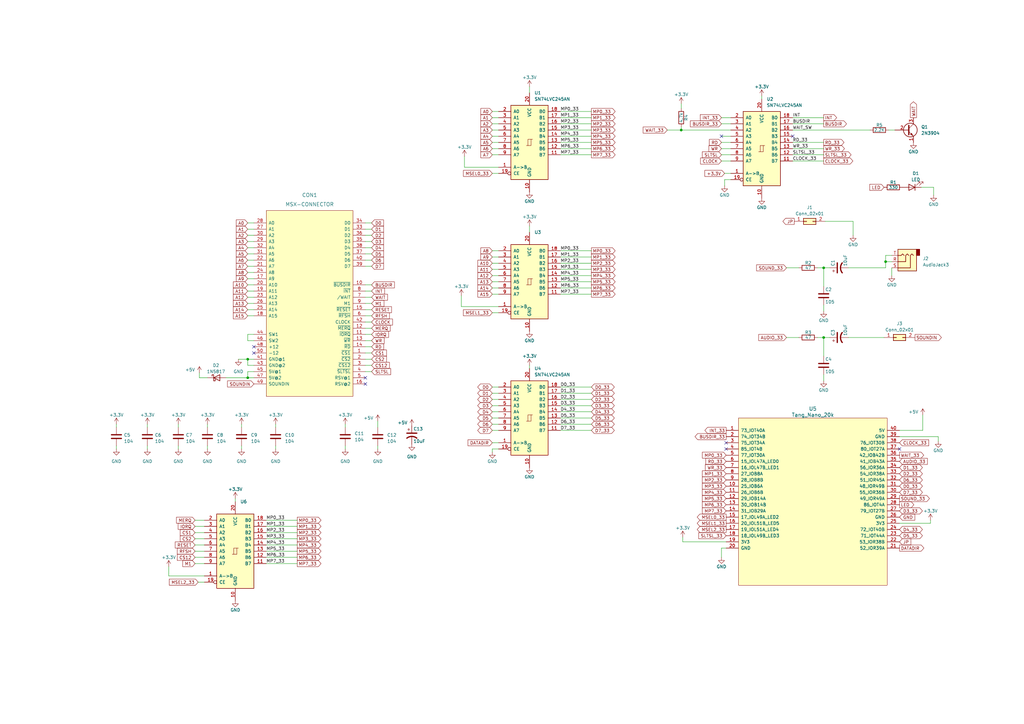
<source format=kicad_sch>
(kicad_sch (version 20230121) (generator eeschema)
  (paper "A3")
  (title_block (title "MSX-Tang Nano 9K Breakout") (date "2023-03-01"))
  (junction (at 101.6 147.32))
  (junction (at 279.4 53.34))
  (junction (at 101.6 154.94))
  (junction (at 363.22 107.315))
  (junction (at 337.82 138.43))
  (junction (at 337.82 109.855))
  (no_connect (at 325.12 55.88))
  (no_connect (at 297.815 181.61))
  (no_connect (at 149.86 157.48))
  (no_connect (at 104.14 142.24))
  (no_connect (at 104.14 144.78))
  (no_connect (at 149.86 154.94))
  (no_connect (at 295.91 55.88))
  (no_connect (at 297.815 184.15))
  (no_connect (at 368.935 184.15))
  (wire (pts (xy 325.12 50.8) (xy 337.82 50.8)))
  (wire (pts (xy 101.6 109.22) (xy 104.14 109.22)))
  (wire (pts (xy 201.93 53.34) (xy 204.47 53.34)))
  (wire (pts (xy 149.86 142.24) (xy 152.4 142.24)))
  (wire (pts (xy 201.93 173.99) (xy 204.47 173.99)))
  (wire (pts (xy 325.12 60.96) (xy 337.82 60.96)))
  (wire (pts (xy 201.93 110.49) (xy 204.47 110.49)))
  (wire (pts (xy 217.17 35.56) (xy 217.17 38.1)))
  (wire (pts (xy 101.6 119.38) (xy 104.14 119.38)))
  (wire (pts (xy 229.87 105.41) (xy 242.57 105.41)))
  (wire (pts (xy 69.215 236.22) (xy 83.82 236.22)))
  (wire (pts (xy 80.01 218.44) (xy 83.82 218.44)))
  (wire (pts (xy 201.93 158.75) (xy 204.47 158.75)))
  (wire (pts (xy 201.93 105.41) (xy 204.47 105.41)))
  (wire (pts (xy 47.752 182.88) (xy 47.752 184.15)))
  (wire (pts (xy 80.01 223.52) (xy 83.82 223.52)))
  (wire (pts (xy 149.86 121.92) (xy 152.4 121.92)))
  (wire (pts (xy 109.22 223.52) (xy 121.92 223.52)))
  (wire (pts (xy 80.01 228.6) (xy 83.82 228.6)))
  (wire (pts (xy 325.12 48.26) (xy 337.82 48.26)))
  (wire (pts (xy 201.93 118.11) (xy 204.47 118.11)))
  (wire (pts (xy 229.87 176.53) (xy 242.57 176.53)))
  (wire (pts (xy 368.935 179.07) (xy 384.81 179.07)))
  (wire (pts (xy 295.91 224.79) (xy 297.815 224.79)))
  (wire (pts (xy 141.605 173.99) (xy 141.605 175.26)))
  (wire (pts (xy 295.91 48.26) (xy 299.72 48.26)))
  (wire (pts (xy 338.455 90.805) (xy 349.885 90.805)))
  (wire (pts (xy 229.87 166.37) (xy 242.57 166.37)))
  (wire (pts (xy 229.87 115.57) (xy 242.57 115.57)))
  (wire (pts (xy 229.87 158.75) (xy 242.57 158.75)))
  (wire (pts (xy 47.752 173.99) (xy 47.752 175.26)))
  (wire (pts (xy 149.86 149.86) (xy 152.4 149.86)))
  (wire (pts (xy 149.86 147.32) (xy 152.4 147.32)))
  (wire (pts (xy 201.93 176.53) (xy 204.47 176.53)))
  (wire (pts (xy 229.87 113.03) (xy 242.57 113.03)))
  (wire (pts (xy 365.76 109.855) (xy 365.76 113.03)))
  (wire (pts (xy 279.4 42.545) (xy 279.4 44.45)))
  (wire (pts (xy 149.86 106.68) (xy 152.4 106.68)))
  (wire (pts (xy 149.86 116.84) (xy 152.4 116.84)))
  (wire (pts (xy 113.03 182.88) (xy 113.03 184.15)))
  (wire (pts (xy 101.6 121.92) (xy 104.14 121.92)))
  (wire (pts (xy 229.87 173.99) (xy 242.57 173.99)))
  (wire (pts (xy 60.452 173.99) (xy 60.452 175.26)))
  (wire (pts (xy 149.86 129.54) (xy 152.4 129.54)))
  (wire (pts (xy 201.93 171.45) (xy 204.47 171.45)))
  (wire (pts (xy 149.86 137.16) (xy 152.4 137.16)))
  (wire (pts (xy 201.93 48.26) (xy 204.47 48.26)))
  (wire (pts (xy 101.6 93.98) (xy 104.14 93.98)))
  (wire (pts (xy 81.28 238.76) (xy 83.82 238.76)))
  (wire (pts (xy 99.06 182.88) (xy 99.06 184.15)))
  (wire (pts (xy 229.87 50.8) (xy 242.57 50.8)))
  (wire (pts (xy 101.6 99.06) (xy 104.14 99.06)))
  (wire (pts (xy 201.93 120.65) (xy 204.47 120.65)))
  (wire (pts (xy 154.94 172.72) (xy 154.94 175.26)))
  (wire (pts (xy 337.82 125.095) (xy 337.82 127.635)))
  (wire (pts (xy 149.86 132.08) (xy 152.4 132.08)))
  (wire (pts (xy 85.09 182.88) (xy 85.09 184.15)))
  (wire (pts (xy 229.87 163.83) (xy 242.57 163.83)))
  (wire (pts (xy 201.93 181.61) (xy 204.47 181.61)))
  (wire (pts (xy 149.86 127) (xy 152.4 127)))
  (wire (pts (xy 381.635 214.63) (xy 381.635 213.36)))
  (wire (pts (xy 201.93 50.8) (xy 204.47 50.8)))
  (wire (pts (xy 229.87 58.42) (xy 242.57 58.42)))
  (wire (pts (xy 189.23 125.73) (xy 189.23 121.285)))
  (wire (pts (xy 69.215 232.41) (xy 69.215 236.22)))
  (wire (pts (xy 99.06 173.99) (xy 99.06 175.26)))
  (wire (pts (xy 297.18 71.12) (xy 299.72 71.12)))
  (wire (pts (xy 201.93 115.57) (xy 204.47 115.57)))
  (wire (pts (xy 322.58 138.43) (xy 327.66 138.43)))
  (wire (pts (xy 109.22 226.06) (xy 121.92 226.06)))
  (wire (pts (xy 363.22 104.775) (xy 363.22 107.315)))
  (wire (pts (xy 109.22 218.44) (xy 121.92 218.44)))
  (wire (pts (xy 104.14 147.32) (xy 101.6 147.32)))
  (wire (pts (xy 279.4 52.07) (xy 279.4 53.34)))
  (wire (pts (xy 149.86 104.14) (xy 152.4 104.14)))
  (wire (pts (xy 229.87 171.45) (xy 242.57 171.45)))
  (wire (pts (xy 101.6 116.84) (xy 104.14 116.84)))
  (wire (pts (xy 109.22 220.98) (xy 121.92 220.98)))
  (wire (pts (xy 201.93 184.15) (xy 204.47 184.15)))
  (wire (pts (xy 325.12 58.42) (xy 337.82 58.42)))
  (wire (pts (xy 335.28 138.43) (xy 337.82 138.43)))
  (wire (pts (xy 149.86 101.6) (xy 152.4 101.6)))
  (wire (pts (xy 273.685 53.34) (xy 279.4 53.34)))
  (wire (pts (xy 109.22 228.6) (xy 121.92 228.6)))
  (wire (pts (xy 297.815 222.25) (xy 280.035 222.25)))
  (wire (pts (xy 363.22 107.315) (xy 365.76 107.315)))
  (wire (pts (xy 101.6 129.54) (xy 104.14 129.54)))
  (wire (pts (xy 92.71 154.94) (xy 101.6 154.94)))
  (wire (pts (xy 101.6 104.14) (xy 104.14 104.14)))
  (wire (pts (xy 295.91 63.5) (xy 299.72 63.5)))
  (wire (pts (xy 201.93 168.91) (xy 204.47 168.91)))
  (wire (pts (xy 201.93 102.87) (xy 204.47 102.87)))
  (wire (pts (xy 101.6 154.94) (xy 104.14 154.94)))
  (wire (pts (xy 337.82 109.855) (xy 340.36 109.855)))
  (wire (pts (xy 189.23 125.73) (xy 204.47 125.73)))
  (wire (pts (xy 101.6 124.46) (xy 104.14 124.46)))
  (wire (pts (xy 347.98 138.43) (xy 362.585 138.43)))
  (wire (pts (xy 101.6 137.16) (xy 101.6 139.7)))
  (wire (pts (xy 149.86 99.06) (xy 152.4 99.06)))
  (wire (pts (xy 349.885 90.805) (xy 349.885 96.52)))
  (wire (pts (xy 60.452 182.88) (xy 60.452 184.15)))
  (wire (pts (xy 81.788 154.94) (xy 85.09 154.94)))
  (wire (pts (xy 201.93 113.03) (xy 204.47 113.03)))
  (wire (pts (xy 229.87 168.91) (xy 242.57 168.91)))
  (wire (pts (xy 384.81 179.07) (xy 384.81 180.975)))
  (wire (pts (xy 201.93 128.27) (xy 204.47 128.27)))
  (wire (pts (xy 322.58 109.855) (xy 327.66 109.855)))
  (wire (pts (xy 229.87 55.88) (xy 242.57 55.88)))
  (wire (pts (xy 229.87 120.65) (xy 242.57 120.65)))
  (wire (pts (xy 382.905 76.835) (xy 382.905 80.01)))
  (wire (pts (xy 295.91 228.6) (xy 295.91 224.79)))
  (wire (pts (xy 295.91 58.42) (xy 299.72 58.42)))
  (wire (pts (xy 101.6 91.44) (xy 104.14 91.44)))
  (wire (pts (xy 295.91 60.96) (xy 299.72 60.96)))
  (wire (pts (xy 337.82 117.475) (xy 337.82 109.855)))
  (wire (pts (xy 377.825 76.835) (xy 382.905 76.835)))
  (wire (pts (xy 101.6 152.4) (xy 101.6 154.94)))
  (wire (pts (xy 80.01 226.06) (xy 83.82 226.06)))
  (wire (pts (xy 109.22 215.9) (xy 121.92 215.9)))
  (wire (pts (xy 229.87 102.87) (xy 242.57 102.87)))
  (wire (pts (xy 229.87 107.95) (xy 242.57 107.95)))
  (wire (pts (xy 80.01 220.98) (xy 83.82 220.98)))
  (wire (pts (xy 279.4 53.34) (xy 299.72 53.34)))
  (wire (pts (xy 101.6 111.76) (xy 104.14 111.76)))
  (wire (pts (xy 201.93 55.88) (xy 204.47 55.88)))
  (wire (pts (xy 101.6 147.32) (xy 101.6 149.86)))
  (wire (pts (xy 325.12 66.04) (xy 337.82 66.04)))
  (wire (pts (xy 368.935 176.53) (xy 378.46 176.53)))
  (wire (pts (xy 347.98 109.855) (xy 363.22 109.855)))
  (wire (pts (xy 101.6 127) (xy 104.14 127)))
  (wire (pts (xy 337.82 138.43) (xy 340.36 138.43)))
  (wire (pts (xy 81.788 152.908) (xy 81.788 154.94)))
  (wire (pts (xy 337.82 153.67) (xy 337.82 156.21)))
  (wire (pts (xy 73.152 173.99) (xy 73.152 175.26)))
  (wire (pts (xy 201.93 107.95) (xy 204.47 107.95)))
  (wire (pts (xy 201.93 60.96) (xy 204.47 60.96)))
  (wire (pts (xy 201.93 58.42) (xy 204.47 58.42)))
  (wire (pts (xy 101.6 96.52) (xy 104.14 96.52)))
  (wire (pts (xy 80.01 215.9) (xy 83.82 215.9)))
  (wire (pts (xy 141.605 182.88) (xy 141.605 184.15)))
  (wire (pts (xy 229.87 48.26) (xy 242.57 48.26)))
  (wire (pts (xy 365.76 104.775) (xy 363.22 104.775)))
  (wire (pts (xy 229.87 63.5) (xy 242.57 63.5)))
  (wire (pts (xy 368.935 214.63) (xy 381.635 214.63)))
  (wire (pts (xy 297.18 73.66) (xy 297.18 76.2)))
  (wire (pts (xy 80.01 213.36) (xy 83.82 213.36)))
  (wire (pts (xy 149.86 124.46) (xy 152.4 124.46)))
  (wire (pts (xy 85.09 173.99) (xy 85.09 175.26)))
  (wire (pts (xy 190.5 68.58) (xy 204.47 68.58)))
  (wire (pts (xy 101.6 149.86) (xy 104.14 149.86)))
  (wire (pts (xy 363.22 109.855) (xy 363.22 107.315)))
  (wire (pts (xy 149.86 139.7) (xy 152.4 139.7)))
  (wire (pts (xy 201.93 163.83) (xy 204.47 163.83)))
  (wire (pts (xy 229.87 110.49) (xy 242.57 110.49)))
  (wire (pts (xy 109.22 231.14) (xy 121.92 231.14)))
  (wire (pts (xy 201.93 71.12) (xy 204.47 71.12)))
  (wire (pts (xy 149.86 91.44) (xy 152.4 91.44)))
  (wire (pts (xy 149.86 134.62) (xy 152.4 134.62)))
  (wire (pts (xy 101.6 114.3) (xy 104.14 114.3)))
  (wire (pts (xy 73.152 182.88) (xy 73.152 184.15)))
  (wire (pts (xy 109.22 213.36) (xy 121.92 213.36)))
  (wire (pts (xy 295.91 66.04) (xy 299.72 66.04)))
  (wire (pts (xy 217.17 149.86) (xy 217.17 151.13)))
  (wire (pts (xy 96.52 204.47) (xy 96.52 205.74)))
  (wire (pts (xy 201.93 161.29) (xy 204.47 161.29)))
  (wire (pts (xy 101.6 139.7) (xy 104.14 139.7)))
  (wire (pts (xy 364.49 53.34) (xy 367.03 53.34)))
  (wire (pts (xy 378.46 176.53) (xy 378.46 170.18)))
  (wire (pts (xy 229.87 53.34) (xy 242.57 53.34)))
  (wire (pts (xy 149.86 144.78) (xy 152.4 144.78)))
  (wire (pts (xy 201.93 166.37) (xy 204.47 166.37)))
  (wire (pts (xy 335.28 109.855) (xy 337.82 109.855)))
  (wire (pts (xy 149.86 119.38) (xy 152.4 119.38)))
  (wire (pts (xy 229.87 45.72) (xy 242.57 45.72)))
  (wire (pts (xy 280.035 222.25) (xy 280.035 220.345)))
  (wire (pts (xy 104.14 152.4) (xy 101.6 152.4)))
  (wire (pts (xy 149.86 152.4) (xy 152.4 152.4)))
  (wire (pts (xy 295.91 55.88) (xy 299.72 55.88)))
  (wire (pts (xy 229.87 60.96) (xy 242.57 60.96)))
  (wire (pts (xy 229.87 161.29) (xy 242.57 161.29)))
  (wire (pts (xy 149.86 96.52) (xy 152.4 96.52)))
  (wire (pts (xy 201.93 184.15) (xy 201.93 185.42)))
  (wire (pts (xy 201.93 45.72) (xy 204.47 45.72)))
  (wire (pts (xy 149.86 93.98) (xy 152.4 93.98)))
  (wire (pts (xy 201.93 63.5) (xy 204.47 63.5)))
  (wire (pts (xy 154.94 182.88) (xy 154.94 184.15)))
  (wire (pts (xy 101.6 106.68) (xy 104.14 106.68)))
  (wire (pts (xy 149.86 109.22) (xy 152.4 109.22)))
  (wire (pts (xy 325.12 63.5) (xy 337.82 63.5)))
  (wire (pts (xy 337.82 146.05) (xy 337.82 138.43)))
  (wire (pts (xy 297.18 73.66) (xy 299.72 73.66)))
  (wire (pts (xy 312.42 39.37) (xy 312.42 40.64)))
  (wire (pts (xy 217.17 92.71) (xy 217.17 95.25)))
  (wire (pts (xy 101.6 101.6) (xy 104.14 101.6)))
  (wire (pts (xy 325.12 53.34) (xy 356.87 53.34)))
  (wire (pts (xy 97.79 147.32) (xy 101.6 147.32)))
  (wire (pts (xy 113.03 173.99) (xy 113.03 175.26)))
  (wire (pts (xy 190.5 68.58) (xy 190.5 64.135)))
  (wire (pts (xy 229.87 118.11) (xy 242.57 118.11)))
  (wire (pts (xy 104.14 137.16) (xy 101.6 137.16)))
  (wire (pts (xy 80.01 231.14) (xy 83.82 231.14)))
  (wire (pts (xy 295.91 50.8) (xy 299.72 50.8)))
  (label "D0_33" (at 229.87 158.75 0))
  (label "MP5_33" (at 109.22 226.06 0))
  (label "MP0_33" (at 109.22 213.36 0))
  (label "MP2_33" (at 229.87 50.8 0))
  (label "MP5_33" (at 229.87 58.42 0))
  (label "MP6_33" (at 229.9211 118.11 0))
  (label "D5_33" (at 229.87 171.45 0))
  (label "MP5_33" (at 229.87 115.57 0))
  (label "WAIT_SW" (at 325.12 53.34 0))
  (label "D4_33" (at 229.87 168.91 0))
  (label "INT" (at 325.12 48.26 0))
  (label "WR_33" (at 325.12 60.96 0))
  (label "BUSDIR" (at 325.12 50.8 0))
  (label "MP0_33" (at 229.87 102.87 0))
  (label "MP2_33" (at 109.22 218.44 0))
  (label "MP3_33" (at 229.87 110.49 0))
  (label "MP1_33" (at 109.22 215.9 0))
  (label "MP1_33" (at 229.87 48.26 0))
  (label "MP6_33" (at 229.9211 60.96 0))
  (label "RD_33" (at 325.12 58.42 0))
  (label "MP4_33" (at 229.87 55.88 0))
  (label "MP7_33" (at 229.87 63.5 0))
  (label "MP7_33" (at 109.22 231.14 0))
  (label "D6_33" (at 229.87 173.99 0))
  (label "MP4_33" (at 109.22 223.52 0))
  (label "MP3_33" (at 109.22 220.98 0))
  (label "CLOCK_33" (at 325.12 66.04 0))
  (label "D3_33" (at 229.87 166.37 0))
  (label "MP2_33" (at 229.87 107.95 0))
  (label "MP6_33" (at 109.2711 228.6 0))
  (label "MP3_33" (at 229.87 53.34 0))
  (label "MP4_33" (at 229.87 113.03 0))
  (label "D7_33" (at 229.87 176.53 0))
  (label "D2_33" (at 229.87 163.83 0))
  (label "MP0_33" (at 229.87 45.72 0))
  (label "MP7_33" (at 229.87 120.65 0))
  (label "SLTSL_33" (at 325.12 63.5 0))
  (label "MP1_33" (at 229.87 105.41 0))
  (label "D1_33" (at 229.87 161.29 0))
  (global_label "D7_33" (shape bidirectional) (at 368.935 201.93 0) (property "Intersheetrefs" "${INTERSHEET_REFS}" (effects hide)))
  (global_label "RFSH" (shape input) (at 152.4 129.54 0) (property "Intersheetrefs" "${INTERSHEET_REFS}" (effects hide)))
  (global_label "WAIT_33" (shape output) (at 368.935 186.69 0) (property "Intersheetrefs" "${INTERSHEET_REFS}" (effects hide)))
  (global_label "CS12" (shape input) (at 80.01 228.6 180) (property "Intersheetrefs" "${INTERSHEET_REFS}" (effects hide)))
  (global_label "MP7_33" (shape input) (at 297.815 209.55 180) (property "Intersheetrefs" "${INTERSHEET_REFS}" (effects hide)))
  (global_label "CS2" (shape input) (at 80.01 220.98 180) (property "Intersheetrefs" "${INTERSHEET_REFS}" (effects hide)))
  (global_label "MP1_33" (shape output) (at 242.57 48.26 0) (property "Intersheetrefs" "${INTERSHEET_REFS}" (effects hide)))
  (global_label "MP2_33" (shape input) (at 297.815 196.85 180) (property "Intersheetrefs" "${INTERSHEET_REFS}" (effects hide)))
  (global_label "MP6_33" (shape output) (at 242.57 118.11 0) (property "Intersheetrefs" "${INTERSHEET_REFS}" (effects hide)))
  (global_label "LED" (shape output) (at 368.935 207.01 0) (property "Intersheetrefs" "${INTERSHEET_REFS}" (effects hide)))
  (global_label "D6_33" (shape bidirectional) (at 368.935 196.85 0) (property "Intersheetrefs" "${INTERSHEET_REFS}" (effects hide)))
  (global_label "CS1" (shape input) (at 152.4 144.78 0) (property "Intersheetrefs" "${INTERSHEET_REFS}" (effects hide)))
  (global_label "A5" (shape input) (at 101.6 104.14 180) (property "Intersheetrefs" "${INTERSHEET_REFS}" (effects hide)))
  (global_label "RD" (shape input) (at 295.91 58.42 180) (property "Intersheetrefs" "${INTERSHEET_REFS}" (effects hide)))
  (global_label "A6" (shape input) (at 101.6 106.68 180) (property "Intersheetrefs" "${INTERSHEET_REFS}" (effects hide)))
  (global_label "D3" (shape bidirectional) (at 201.93 166.37 180) (property "Intersheetrefs" "${INTERSHEET_REFS}" (effects hide)))
  (global_label "IORQ" (shape input) (at 80.01 215.9 180) (property "Intersheetrefs" "${INTERSHEET_REFS}" (effects hide)))
  (global_label "MP0_33" (shape output) (at 242.57 102.87 0) (property "Intersheetrefs" "${INTERSHEET_REFS}" (effects hide)))
  (global_label "D0_33" (shape bidirectional) (at 368.935 199.39 0) (property "Intersheetrefs" "${INTERSHEET_REFS}" (effects hide)))
  (global_label "MP2_33" (shape output) (at 242.57 50.8 0) (property "Intersheetrefs" "${INTERSHEET_REFS}" (effects hide)))
  (global_label "A13" (shape input) (at 101.6 124.46 180) (property "Intersheetrefs" "${INTERSHEET_REFS}" (effects hide)))
  (global_label "WR_33" (shape output) (at 337.82 60.96 0) (property "Intersheetrefs" "${INTERSHEET_REFS}" (effects hide)))
  (global_label "A7" (shape input) (at 201.93 63.5 180) (property "Intersheetrefs" "${INTERSHEET_REFS}" (effects hide)))
  (global_label "MP0_33" (shape output) (at 121.92 213.36 0) (property "Intersheetrefs" "${INTERSHEET_REFS}" (effects hide)))
  (global_label "A14" (shape input) (at 201.93 118.11 180) (property "Intersheetrefs" "${INTERSHEET_REFS}" (effects hide)))
  (global_label "MP6_33" (shape output) (at 121.92 228.6 0) (property "Intersheetrefs" "${INTERSHEET_REFS}" (effects hide)))
  (global_label "D6_33" (shape bidirectional) (at 242.57 173.99 0) (property "Intersheetrefs" "${INTERSHEET_REFS}" (effects hide)))
  (global_label "D0" (shape bidirectional) (at 201.93 158.75 180) (property "Intersheetrefs" "${INTERSHEET_REFS}" (effects hide)))
  (global_label "MSEL2_33" (shape input) (at 81.28 238.76 180) (property "Intersheetrefs" "${INTERSHEET_REFS}" (effects hide)))
  (global_label "A8" (shape input) (at 201.93 102.87 180) (property "Intersheetrefs" "${INTERSHEET_REFS}" (effects hide)))
  (global_label "A0" (shape input) (at 101.6 91.44 180) (property "Intersheetrefs" "${INTERSHEET_REFS}" (effects hide)))
  (global_label "MP5_33" (shape output) (at 121.92 226.06 0) (property "Intersheetrefs" "${INTERSHEET_REFS}" (effects hide)))
  (global_label "MP0_33" (shape input) (at 297.815 186.69 180) (property "Intersheetrefs" "${INTERSHEET_REFS}" (effects hide)))
  (global_label "A9" (shape input) (at 201.93 105.41 180) (property "Intersheetrefs" "${INTERSHEET_REFS}" (effects hide)))
  (global_label "D0_33" (shape bidirectional) (at 242.57 158.75 0) (property "Intersheetrefs" "${INTERSHEET_REFS}" (effects hide)))
  (global_label "BUSDIR" (shape input) (at 152.4 116.84 0) (property "Intersheetrefs" "${INTERSHEET_REFS}" (effects hide)))
  (global_label "A12" (shape input) (at 101.6 121.92 180) (property "Intersheetrefs" "${INTERSHEET_REFS}" (effects hide)))
  (global_label "WR" (shape input) (at 152.4 139.7 0) (property "Intersheetrefs" "${INTERSHEET_REFS}" (effects hide)))
  (global_label "SOUND_33" (shape output) (at 368.935 204.47 0) (property "Intersheetrefs" "${INTERSHEET_REFS}" (effects hide)))
  (global_label "D4_33" (shape bidirectional) (at 242.57 168.91 0) (property "Intersheetrefs" "${INTERSHEET_REFS}" (effects hide)))
  (global_label "WR_33" (shape input) (at 297.815 191.77 180) (property "Intersheetrefs" "${INTERSHEET_REFS}" (effects hide)))
  (global_label "AUDIO_33" (shape input) (at 322.58 138.43 180) (property "Intersheetrefs" "${INTERSHEET_REFS}" (effects hide)))
  (global_label "MSEL0_33" (shape output) (at 297.815 212.09 180) (property "Intersheetrefs" "${INTERSHEET_REFS}" (effects hide)))
  (global_label "D1" (shape input) (at 152.4 93.98 0) (property "Intersheetrefs" "${INTERSHEET_REFS}" (effects hide)))
  (global_label "MP7_33" (shape output) (at 121.92 231.14 0) (property "Intersheetrefs" "${INTERSHEET_REFS}" (effects hide)))
  (global_label "MP5_33" (shape output) (at 242.57 58.42 0) (property "Intersheetrefs" "${INTERSHEET_REFS}" (effects hide)))
  (global_label "D2_33" (shape bidirectional) (at 368.935 194.31 0) (property "Intersheetrefs" "${INTERSHEET_REFS}" (effects hide)))
  (global_label "SLTSL" (shape input) (at 295.91 63.5 180) (property "Intersheetrefs" "${INTERSHEET_REFS}" (effects hide)))
  (global_label "D4" (shape bidirectional) (at 201.93 168.91 180) (property "Intersheetrefs" "${INTERSHEET_REFS}" (effects hide)))
  (global_label "A15" (shape input) (at 101.6 129.54 180) (property "Intersheetrefs" "${INTERSHEET_REFS}" (effects hide)))
  (global_label "MP2_33" (shape output) (at 121.92 218.44 0) (property "Intersheetrefs" "${INTERSHEET_REFS}" (effects hide)))
  (global_label "MP1_33" (shape output) (at 121.92 215.9 0) (property "Intersheetrefs" "${INTERSHEET_REFS}" (effects hide)))
  (global_label "MP6_33" (shape input) (at 297.815 207.01 180) (property "Intersheetrefs" "${INTERSHEET_REFS}" (effects hide)))
  (global_label "MP0_33" (shape output) (at 242.57 45.72 0) (property "Intersheetrefs" "${INTERSHEET_REFS}" (effects hide)))
  (global_label "IORQ" (shape input) (at 152.4 137.16 0) (property "Intersheetrefs" "${INTERSHEET_REFS}" (effects hide)))
  (global_label "A11" (shape input) (at 101.6 119.38 180) (property "Intersheetrefs" "${INTERSHEET_REFS}" (effects hide)))
  (global_label "A1" (shape input) (at 201.93 48.26 180) (property "Intersheetrefs" "${INTERSHEET_REFS}" (effects hide)))
  (global_label "D2_33" (shape bidirectional) (at 242.57 163.83 0) (property "Intersheetrefs" "${INTERSHEET_REFS}" (effects hide)))
  (global_label "CLOCK" (shape input) (at 295.91 66.04 180) (property "Intersheetrefs" "${INTERSHEET_REFS}" (effects hide)))
  (global_label "MSEL2_33" (shape output) (at 297.815 217.17 180) (property "Intersheetrefs" "${INTERSHEET_REFS}" (effects hide)))
  (global_label "D2" (shape input) (at 152.4 96.52 0) (property "Intersheetrefs" "${INTERSHEET_REFS}" (effects hide)))
  (global_label "A10" (shape input) (at 201.93 107.95 180) (property "Intersheetrefs" "${INTERSHEET_REFS}" (effects hide)))
  (global_label "CLOCK_33" (shape output) (at 337.82 66.04 0) (property "Intersheetrefs" "${INTERSHEET_REFS}" (effects hide)))
  (global_label "MP3_33" (shape input) (at 297.815 199.39 180) (property "Intersheetrefs" "${INTERSHEET_REFS}" (effects hide)))
  (global_label "A12" (shape input) (at 201.93 113.03 180) (property "Intersheetrefs" "${INTERSHEET_REFS}" (effects hide)))
  (global_label "MP7_33" (shape output) (at 242.57 63.5 0) (property "Intersheetrefs" "${INTERSHEET_REFS}" (effects hide)))
  (global_label "D5" (shape input) (at 152.4 104.14 0) (property "Intersheetrefs" "${INTERSHEET_REFS}" (effects hide)))
  (global_label "MSEL1_33" (shape input) (at 201.93 128.27 180) (property "Intersheetrefs" "${INTERSHEET_REFS}" (effects hide)))
  (global_label "MP4_33" (shape input) (at 297.815 201.93 180) (property "Intersheetrefs" "${INTERSHEET_REFS}" (effects hide)))
  (global_label "RD" (shape input) (at 152.4 142.24 0) (property "Intersheetrefs" "${INTERSHEET_REFS}" (effects hide)))
  (global_label "D3" (shape input) (at 152.4 99.06 0) (property "Intersheetrefs" "${INTERSHEET_REFS}" (effects hide)))
  (global_label "RD_33" (shape output) (at 337.82 58.42 0) (property "Intersheetrefs" "${INTERSHEET_REFS}" (effects hide)))
  (global_label "SOUNDIN" (shape output) (at 375.285 138.43 0) (property "Intersheetrefs" "${INTERSHEET_REFS}" (effects hide)))
  (global_label "SLTSL" (shape input) (at 152.4 152.4 0) (property "Intersheetrefs" "${INTERSHEET_REFS}" (effects hide)))
  (global_label "A3" (shape input) (at 201.93 53.34 180) (property "Intersheetrefs" "${INTERSHEET_REFS}" (effects hide)))
  (global_label "MP3_33" (shape output) (at 242.57 110.49 0) (property "Intersheetrefs" "${INTERSHEET_REFS}" (effects hide)))
  (global_label "MP4_33" (shape output) (at 242.57 55.88 0) (property "Intersheetrefs" "${INTERSHEET_REFS}" (effects hide)))
  (global_label "D4_33" (shape bidirectional) (at 368.935 217.17 0) (property "Intersheetrefs" "${INTERSHEET_REFS}" (effects hide)))
  (global_label "MERQ" (shape input) (at 152.4 134.62 0) (property "Intersheetrefs" "${INTERSHEET_REFS}" (effects hide)))
  (global_label "A2" (shape input) (at 101.6 96.52 180) (property "Intersheetrefs" "${INTERSHEET_REFS}" (effects hide)))
  (global_label "CLOCK_33" (shape input) (at 368.935 181.61 0) (property "Intersheetrefs" "${INTERSHEET_REFS}" (effects hide)))
  (global_label "CS2" (shape input) (at 152.4 147.32 0) (property "Intersheetrefs" "${INTERSHEET_REFS}" (effects hide)))
  (global_label "RESET" (shape input) (at 152.4 127 0) (property "Intersheetrefs" "${INTERSHEET_REFS}" (effects hide)))
  (global_label "A7" (shape input) (at 101.6 109.22 180) (property "Intersheetrefs" "${INTERSHEET_REFS}" (effects hide)))
  (global_label "AUDIO_33" (shape input) (at 368.935 189.23 0) (property "Intersheetrefs" "${INTERSHEET_REFS}" (effects hide)))
  (global_label "A14" (shape input) (at 101.6 127 180) (property "Intersheetrefs" "${INTERSHEET_REFS}" (effects hide)))
  (global_label "D5" (shape bidirectional) (at 201.93 171.45 180) (property "Intersheetrefs" "${INTERSHEET_REFS}" (effects hide)))
  (global_label "D2" (shape bidirectional) (at 201.93 163.83 180) (property "Intersheetrefs" "${INTERSHEET_REFS}" (effects hide)))
  (global_label "MSEL0_33" (shape input) (at 201.93 71.12 180) (property "Intersheetrefs" "${INTERSHEET_REFS}" (effects hide)))
  (global_label "D1" (shape bidirectional) (at 201.93 161.29 180) (property "Intersheetrefs" "${INTERSHEET_REFS}" (effects hide)))
  (global_label "D7" (shape bidirectional) (at 201.93 176.53 180) (property "Intersheetrefs" "${INTERSHEET_REFS}" (effects hide)))
  (global_label "D3_33" (shape bidirectional) (at 368.935 209.55 0) (property "Intersheetrefs" "${INTERSHEET_REFS}" (effects hide)))
  (global_label "A2" (shape input) (at 201.93 50.8 180) (property "Intersheetrefs" "${INTERSHEET_REFS}" (effects hide)))
  (global_label "D1_33" (shape bidirectional) (at 368.935 191.77 0) (property "Intersheetrefs" "${INTERSHEET_REFS}" (effects hide)))
  (global_label "SLTSL_33" (shape output) (at 337.82 63.5 0) (property "Intersheetrefs" "${INTERSHEET_REFS}" (effects hide)))
  (global_label "MP6_33" (shape output) (at 242.57 60.96 0) (property "Intersheetrefs" "${INTERSHEET_REFS}" (effects hide)))
  (global_label "MSEL1_33" (shape output) (at 297.815 214.63 180) (property "Intersheetrefs" "${INTERSHEET_REFS}" (effects hide)))
  (global_label "CS1" (shape input) (at 80.01 218.44 180) (property "Intersheetrefs" "${INTERSHEET_REFS}" (effects hide)))
  (global_label "D3_33" (shape bidirectional) (at 242.57 166.37 0) (property "Intersheetrefs" "${INTERSHEET_REFS}" (effects hide)))
  (global_label "A0" (shape input) (at 201.93 45.72 180) (property "Intersheetrefs" "${INTERSHEET_REFS}" (effects hide)))
  (global_label "MP1_33" (shape output) (at 242.57 105.41 0) (property "Intersheetrefs" "${INTERSHEET_REFS}" (effects hide)))
  (global_label "D5_33" (shape bidirectional) (at 242.57 171.45 0) (property "Intersheetrefs" "${INTERSHEET_REFS}" (effects hide)))
  (global_label "MP5_33" (shape output) (at 242.57 115.57 0) (property "Intersheetrefs" "${INTERSHEET_REFS}" (effects hide)))
  (global_label "M1" (shape input) (at 152.4 124.46 0) (property "Intersheetrefs" "${INTERSHEET_REFS}" (effects hide)))
  (global_label "A11" (shape input) (at 201.93 110.49 180) (property "Intersheetrefs" "${INTERSHEET_REFS}" (effects hide)))
  (global_label "A4" (shape input) (at 101.6 101.6 180) (property "Intersheetrefs" "${INTERSHEET_REFS}" (effects hide)))
  (global_label "D0" (shape input) (at 152.4 91.44 0) (property "Intersheetrefs" "${INTERSHEET_REFS}" (effects hide)))
  (global_label "WAIT_33" (shape input) (at 273.685 53.34 180) (property "Intersheetrefs" "${INTERSHEET_REFS}" (effects hide)))
  (global_label "A4" (shape input) (at 201.93 55.88 180) (property "Intersheetrefs" "${INTERSHEET_REFS}" (effects hide)))
  (global_label "SOUNDIN" (shape input) (at 104.14 157.48 180) (property "Intersheetrefs" "${INTERSHEET_REFS}" (effects hide)))
  (global_label "INT_33" (shape output) (at 297.815 176.53 180) (property "Intersheetrefs" "${INTERSHEET_REFS}" (effects hide)))
  (global_label "CS12" (shape input) (at 152.4 149.86 0) (property "Intersheetrefs" "${INTERSHEET_REFS}" (effects hide)))
  (global_label "A3" (shape input) (at 101.6 99.06 180) (property "Intersheetrefs" "${INTERSHEET_REFS}" (effects hide)))
  (global_label "JP" (shape output) (at 325.755 90.805 180) (property "Intersheetrefs" "${INTERSHEET_REFS}" (effects hide)))
  (global_label "D7_33" (shape bidirectional) (at 242.57 176.53 0) (property "Intersheetrefs" "${INTERSHEET_REFS}" (effects hide)))
  (global_label "MP2_33" (shape output) (at 242.57 107.95 0) (property "Intersheetrefs" "${INTERSHEET_REFS}" (effects hide)))
  (global_label "WR" (shape input) (at 295.91 60.96 180) (property "Intersheetrefs" "${INTERSHEET_REFS}" (effects hide)))
  (global_label "A1" (shape input) (at 101.6 93.98 180) (property "Intersheetrefs" "${INTERSHEET_REFS}" (effects hide)))
  (global_label "BUSDIR" (shape output) (at 337.82 50.8 0) (property "Intersheetrefs" "${INTERSHEET_REFS}" (effects hide)))
  (global_label "MP1_33" (shape input) (at 297.815 194.31 180) (property "Intersheetrefs" "${INTERSHEET_REFS}" (effects hide)))
  (global_label "GND" (shape input) (at 368.935 212.09 0) (property "Intersheetrefs" "${INTERSHEET_REFS}" (effects hide)))
  (global_label "JP" (shape input) (at 368.935 222.25 0) (property "Intersheetrefs" "${INTERSHEET_REFS}" (effects hide)))
  (global_label "MP3_33" (shape output) (at 121.92 220.98 0) (property "Intersheetrefs" "${INTERSHEET_REFS}" (effects hide)))
  (global_label "A6" (shape input) (at 201.93 60.96 180) (property "Intersheetrefs" "${INTERSHEET_REFS}" (effects hide)))
  (global_label "BUSDIR_33" (shape input) (at 295.91 50.8 180) (property "Intersheetrefs" "${INTERSHEET_REFS}" (effects hide)))
  (global_label "WAIT" (shape output) (at 374.65 48.26 90) (property "Intersheetrefs" "${INTERSHEET_REFS}" (effects hide)))
  (global_label "M1" (shape input) (at 80.01 231.14 180) (property "Intersheetrefs" "${INTERSHEET_REFS}" (effects hide)))
  (global_label "MP4_33" (shape output) (at 242.57 113.03 0) (property "Intersheetrefs" "${INTERSHEET_REFS}" (effects hide)))
  (global_label "A8" (shape input) (at 101.6 111.76 180) (property "Intersheetrefs" "${INTERSHEET_REFS}" (effects hide)))
  (global_label "INT" (shape input) (at 152.4 119.38 0) (property "Intersheetrefs" "${INTERSHEET_REFS}" (effects hide)))
  (global_label "A5" (shape input) (at 201.93 58.42 180) (property "Intersheetrefs" "${INTERSHEET_REFS}" (effects hide)))
  (global_label "D6" (shape input) (at 152.4 106.68 0) (property "Intersheetrefs" "${INTERSHEET_REFS}" (effects hide)))
  (global_label "DATADIR" (shape input) (at 201.93 181.61 180) (property "Intersheetrefs" "${INTERSHEET_REFS}" (effects hide)))
  (global_label "D5_33" (shape bidirectional) (at 368.935 219.71 0) (property "Intersheetrefs" "${INTERSHEET_REFS}" (effects hide)))
  (global_label "CLOCK" (shape input) (at 152.4 132.08 0) (property "Intersheetrefs" "${INTERSHEET_REFS}" (effects hide)))
  (global_label "A9" (shape input) (at 101.6 114.3 180) (property "Intersheetrefs" "${INTERSHEET_REFS}" (effects hide)))
  (global_label "MERQ" (shape input) (at 80.01 213.36 180) (property "Intersheetrefs" "${INTERSHEET_REFS}" (effects hide)))
  (global_label "WAIT" (shape input) (at 152.4 121.92 0) (property "Intersheetrefs" "${INTERSHEET_REFS}" (effects hide)))
  (global_label "D7" (shape input) (at 152.4 109.22 0) (property "Intersheetrefs" "${INTERSHEET_REFS}" (effects hide)))
  (global_label "+3.3V" (shape input) (at 297.18 71.12 180) (property "Intersheetrefs" "${INTERSHEET_REFS}" (effects hide)))
  (global_label "MP3_33" (shape output) (at 242.57 53.34 0) (property "Intersheetrefs" "${INTERSHEET_REFS}" (effects hide)))
  (global_label "D6" (shape bidirectional) (at 201.93 173.99 180) (property "Intersheetrefs" "${INTERSHEET_REFS}" (effects hide)))
  (global_label "D4" (shape input) (at 152.4 101.6 0) (property "Intersheetrefs" "${INTERSHEET_REFS}" (effects hide)))
  (global_label "A10" (shape input) (at 101.6 116.84 180) (property "Intersheetrefs" "${INTERSHEET_REFS}" (effects hide)))
  (global_label "MP5_33" (shape input) (at 297.815 204.47 180) (property "Intersheetrefs" "${INTERSHEET_REFS}" (effects hide)))
  (global_label "SLTSL_33" (shape input) (at 297.815 219.71 180) (property "Intersheetrefs" "${INTERSHEET_REFS}" (effects hide)))
  (global_label "A15" (shape input) (at 201.93 120.65 180) (property "Intersheetrefs" "${INTERSHEET_REFS}" (effects hide)))
  (global_label "BUSDIR_33" (shape output) (at 297.815 179.07 180) (property "Intersheetrefs" "${INTERSHEET_REFS}" (effects hide)))
  (global_label "RFSH" (shape input) (at 80.01 226.06 180) (property "Intersheetrefs" "${INTERSHEET_REFS}" (effects hide)))
  (global_label "DATADIR" (shape output) (at 368.935 224.79 0) (property "Intersheetrefs" "${INTERSHEET_REFS}" (effects hide)))
  (global_label "D1_33" (shape bidirectional) (at 242.57 161.29 0) (property "Intersheetrefs" "${INTERSHEET_REFS}" (effects hide)))
  (global_label "LED" (shape input) (at 362.585 76.835 180) (property "Intersheetrefs" "${INTERSHEET_REFS}" (effects hide)))
  (global_label "A13" (shape input) (at 201.93 115.57 180) (property "Intersheetrefs" "${INTERSHEET_REFS}" (effects hide)))
  (global_label "INT" (shape output) (at 337.82 48.26 0) (property "Intersheetrefs" "${INTERSHEET_REFS}" (effects hide)))
  (global_label "RESET" (shape input) (at 80.01 223.52 180) (property "Intersheetrefs" "${INTERSHEET_REFS}" (effects hide)))
  (global_label "MP4_33" (shape output) (at 121.92 223.52 0) (property "Intersheetrefs" "${INTERSHEET_REFS}" (effects hide)))
  (global_label "MP7_33" (shape output) (at 242.57 120.65 0) (property "Intersheetrefs" "${INTERSHEET_REFS}" (effects hide)))
  (global_label "SOUND_33" (shape input) (at 322.58 109.855 180) (property "Intersheetrefs" "${INTERSHEET_REFS}" (effects hide)))
  (global_label "RD_33" (shape input) (at 297.815 189.23 180) (property "Intersheetrefs" "${INTERSHEET_REFS}" (effects hide)))
  (global_label "INT_33" (shape input) (at 295.91 48.26 180) (property "Intersheetrefs" "${INTERSHEET_REFS}" (effects hide)))
  (symbol (lib_id "power:GND") (at 154.94 184.15 0) (unit 1)
    (property "Reference" "#PWR035" (effects hide))
    (property "Value" "GND" (at 154.94 189.23 0))
  )
  (symbol (lib_id "power:+3.3V") (at 217.17 92.71 0) (unit 1)
    (property "Reference" "#PWR08" (effects hide))
    (property "Value" "+3.3V" (at 217.17 88.9 0))
  )
  (symbol (lib_id "power:+3.3V") (at 190.5 64.135 0) (unit 1)
    (property "Reference" "#PWR03" (effects hide))
    (property "Value" "+3.3V" (at 190.5 60.325 0))
  )
  (symbol (lib_id "power:+3.3V") (at 217.17 149.86 0) (unit 1)
    (property "Reference" "#PWR015" (effects hide))
    (property "Value" "+3.3V" (at 217.17 146.05 0))
  )
  (symbol (lib_id "power:GND") (at 217.17 135.89 0) (unit 1)
    (property "Reference" "#PWR013" (effects hide))
    (property "Value" "GND" (at 217.17 139.7 0))
  )
  (symbol (lib_id "power:GND") (at 297.18 76.2 0) (unit 1)
    (property "Reference" "#PWR04" (effects hide))
    (property "Value" "GND" (at 297.18 80.01 0))
  )
  (symbol (lib_id "Device:C") (at 60.452 179.07 0) (unit 1)
    (property "Reference" "C6" (at 63.5 178.435 0) (effects (justify left)))
    (property "Value" "104" (at 63.5 180.975 0) (effects (justify left)))
    (property "Footprint" "Capacitor_THT:C_Disc_D5.0mm_W2.5mm_P2.50mm" (effects hide))
  )
  (symbol (lib_id "power:GND") (at 374.65 58.42 0) (unit 1)
    (property "Reference" "#PWR045" (effects hide))
    (property "Value" "GND" (at 374.65 62.23 0))
  )
  (symbol (lib_id "power:GND") (at 349.885 96.52 0) (unit 1)
    (property "Reference" "#PWR09" (effects hide))
    (property "Value" "GND" (at 349.885 100.33 0))
  )
  (symbol (lib_id "power:+5V") (at 378.46 170.18 0) (unit 1)
    (property "Reference" "#PWR018" (effects hide))
    (property "Value" "+5V" (at 374.65 168.91 0))
  )
  (symbol (lib_id "power:+3.3V") (at 69.215 232.41 0) (unit 1)
    (property "Reference" "#PWR042" (effects hide))
    (property "Value" "+3.3V" (at 69.215 228.6 0))
  )
  (symbol (lib_id "Omega-Mainboard-rescue:CP1-Device") (at 344.17 109.855 90) (unit 1)
    (property "Reference" "C1" (at 341.63 109.22 0) (effects (justify left)))
    (property "Value" "10uF" (at 346.71 109.22 0) (effects (justify left)))
    (property "Footprint" "Capacitor_THT:CP_Radial_D5.0mm_P2.00mm" (effects hide))
  )
  (symbol (lib_id "power:+3.3V") (at 60.452 173.99 0) (unit 1)
    (property "Reference" "#PWR021" (effects hide))
    (property "Value" "+3.3V" (at 60.452 170.18 0))
  )
  (symbol (lib_id "power:+3.3V") (at 141.605 173.99 0) (unit 1)
    (property "Reference" "#PWR026" (effects hide))
    (property "Value" "+3.3V" (at 141.605 170.18 0))
  )
  (symbol (lib_id "Mi_libreria:SN74LVC245AN") (at 217.17 115.57 0) (unit 1)
    (property "Reference" "U3" (at 219.1894 95.25 0) (effects (justify left)))
    (property "Value" "SN74LVC245AN" (effects hide))
    (property "Footprint" "Package_DIP:DIP-20_W7.62mm_LongPads" (effects hide))
    (property "Datasheet" "https://www.ti.com/lit/ds/symlink/sn74lvc245a.pdf" (effects hide))
  )
  (symbol (lib_id "Device:C") (at 47.752 179.07 0) (unit 1)
    (property "Reference" "C5" (at 50.8 178.435 0) (effects (justify left)))
    (property "Value" "104" (at 50.8 180.975 0) (effects (justify left)))
    (property "Footprint" "Capacitor_THT:C_Disc_D5.0mm_W2.5mm_P2.50mm" (effects hide))
  )
  (symbol (lib_id "power:GND") (at 168.91 182.245 0) (unit 1)
    (property "Reference" "#PWR047" (effects hide))
    (property "Value" "GND" (at 168.91 187.325 0))
  )
  (symbol (lib_id "Device:LED") (at 374.015 76.835 180) (unit 1)
    (property "Reference" "D1" (at 375.6025 71.12 0))
    (property "Value" "LED" (at 375.6025 73.66 0))
    (property "Footprint" "LED_THT:LED_D3.0mm" (effects hide))
  )
  (symbol (lib_id "power:GND") (at 47.752 184.15 0) (unit 1)
    (property "Reference" "#PWR028" (effects hide))
    (property "Value" "GND" (at 47.752 189.23 0))
  )
  (symbol (lib_id "power:GND") (at 337.82 127.635 0) (unit 1)
    (property "Reference" "#PWR012" (effects hide))
    (property "Value" "GND" (at 337.82 131.445 0))
  )
  (symbol (lib_id "power:GND") (at 295.91 228.6 0) (unit 1)
    (property "Reference" "#PWR041" (effects hide))
    (property "Value" "GND" (at 295.91 232.41 0))
  )
  (symbol (lib_id "Omega-Mainboard-rescue:CP1-Device") (at 168.91 178.435 0) (unit 1)
    (property "Reference" "C13" (at 169.545 175.895 0) (effects (justify left)))
    (property "Value" "10uF" (at 169.545 180.975 0) (effects (justify left)))
    (property "Footprint" "Capacitor_THT:CP_Radial_D5.0mm_P2.00mm" (effects hide))
  )
  (symbol (lib_id "Connector_Audio:AudioJack3") (at 370.84 107.315 180) (unit 1)
    (property "Reference" "J2" (at 378.46 106.045 0) (effects (justify right)))
    (property "Value" "AudioJack3" (at 378.46 108.585 0) (effects (justify right)))
    (property "Footprint" "Connector_Audio:Jack_3.5mm_CUI_SJ1-3533NG_Horizontal" (effects hide))
  )
  (symbol (lib_id "Device:R") (at 366.395 76.835 90) (unit 1)
    (property "Reference" "R1" (at 366.395 74.803 90))
    (property "Value" "330" (at 366.395 76.835 90))
    (property "Footprint" "Resistor_THT:R_Axial_DIN0207_L6.3mm_D2.5mm_P10.16mm_Horizontal" (effects hide))
  )
  (symbol (lib_id "power:+3.3V") (at 279.4 42.545 0) (unit 1)
    (property "Reference" "#PWR044" (effects hide))
    (property "Value" "+3.3V" (at 279.4 38.735 0))
  )
  (symbol (lib_id "power:+3.3V") (at 99.06 173.99 0) (unit 1)
    (property "Reference" "#PWR024" (effects hide))
    (property "Value" "+3.3V" (at 99.06 170.18 0))
  )
  (symbol (lib_id "power:+3.3V") (at 381.635 213.36 0) (unit 1)
    (property "Reference" "#PWR039" (effects hide))
    (property "Value" "+3.3V" (at 381.635 209.55 0))
  )
  (symbol (lib_id "Mi_libreria:SN74LVC245AN") (at 96.52 226.06 0) (unit 1)
    (property "Reference" "U6" (at 98.5394 205.74 0) (effects (justify left)))
    (property "Value" "SN74LVC245AN" (effects hide))
    (property "Footprint" "Package_DIP:DIP-20_W7.62mm_LongPads" (effects hide))
    (property "Datasheet" "https://www.ti.com/lit/ds/symlink/sn74lvc245a.pdf" (effects hide))
  )
  (symbol (lib_id "power:GND") (at 217.17 78.74 0) (unit 1)
    (property "Reference" "#PWR05" (effects hide))
    (property "Value" "GND" (at 217.17 82.55 0))
  )
  (symbol (lib_id "Connector_Generic:Conn_02x01") (at 330.835 90.805 0) (unit 1)
    (property "Reference" "J1" (at 332.105 85.09 0))
    (property "Value" "Conn_02x01" (at 332.105 87.63 0))
    (property "Footprint" "Connector_PinHeader_2.54mm:PinHeader_2x01_P2.54mm_Vertical" (effects hide))
  )
  (symbol (lib_id "power:GND") (at 201.93 185.42 0) (unit 1)
    (property "Reference" "#PWR036" (effects hide))
    (property "Value" "GND" (at 201.93 189.23 0))
  )
  (symbol (lib_id "Device:C") (at 337.82 121.285 0) (unit 1)
    (property "Reference" "C2" (at 338.455 118.745 0) (effects (justify left)))
    (property "Value" "105" (at 338.455 123.825 0) (effects (justify left)))
    (property "Footprint" "Capacitor_THT:C_Disc_D5.0mm_W2.5mm_P2.50mm" (effects hide))
  )
  (symbol (lib_id "Device:C") (at 113.03 179.07 0) (unit 1)
    (property "Reference" "C10" (at 116.84 178.435 0) (effects (justify left)))
    (property "Value" "104" (at 116.84 180.975 0) (effects (justify left)))
    (property "Footprint" "Capacitor_THT:C_Disc_D5.0mm_W2.5mm_P2.50mm" (effects hide))
  )
  (symbol (lib_id "power:GND") (at 384.81 180.975 0) (unit 1)
    (property "Reference" "#PWR027" (effects hide))
    (property "Value" "GND" (at 384.81 184.785 0))
  )
  (symbol (lib_id "Device:C") (at 141.605 179.07 0) (unit 1)
    (property "Reference" "C11" (at 145.415 177.7999 0) (effects (justify left)))
    (property "Value" "104" (at 145.415 180.3399 0) (effects (justify left)))
    (property "Footprint" "Capacitor_THT:C_Disc_D5.0mm_W2.5mm_P2.50mm" (effects hide))
  )
  (symbol (lib_id "Device:R") (at 331.47 138.43 90) (unit 1)
    (property "Reference" "R3" (at 331.47 136.398 90))
    (property "Value" "47" (at 331.47 138.43 90))
    (property "Footprint" "Resistor_THT:R_Axial_DIN0207_L6.3mm_D2.5mm_P10.16mm_Horizontal" (effects hide))
  )
  (symbol (lib_id "power:+3.3V") (at 73.152 173.99 0) (unit 1)
    (property "Reference" "#PWR022" (effects hide))
    (property "Value" "+3.3V" (at 73.152 170.18 0))
  )
  (symbol (lib_id "Mi_libreria:SN74LVC245AN") (at 217.17 171.45 0) (unit 1)
    (property "Reference" "U4" (at 219.1894 151.13 0) (effects (justify left)))
    (property "Value" "SN74LVC245AN" (at 219.1894 153.67 0) (effects (justify left)))
    (property "Footprint" "Package_DIP:DIP-20_W7.62mm_LongPads" (effects hide))
    (property "Datasheet" "https://www.ti.com/lit/ds/symlink/sn74lvc245a.pdf" (effects hide))
  )
  (symbol (lib_id "Device:C") (at 85.09 179.07 0) (unit 1)
    (property "Reference" "C8" (at 88.9 178.435 0) (effects (justify left)))
    (property "Value" "104" (at 88.9 180.975 0) (effects (justify left)))
    (property "Footprint" "Capacitor_THT:C_Disc_D5.0mm_W2.5mm_P2.50mm" (effects hide))
  )
  (symbol (lib_id "power:GND") (at 60.452 184.15 0) (unit 1)
    (property "Reference" "#PWR029" (effects hide))
    (property "Value" "GND" (at 60.452 189.23 0))
  )
  (symbol (lib_id "power:+3.3V") (at 312.42 39.37 0) (unit 1)
    (property "Reference" "#PWR02" (effects hide))
    (property "Value" "+3.3V" (at 312.42 35.56 0))
  )
  (symbol (lib_id "Device:R") (at 331.47 109.855 90) (unit 1)
    (property "Reference" "R2" (at 331.47 107.823 90))
    (property "Value" "47" (at 331.47 109.855 90))
    (property "Footprint" "Resistor_THT:R_Axial_DIN0207_L6.3mm_D2.5mm_P10.16mm_Horizontal" (effects hide))
  )
  (symbol (lib_id "Device:C") (at 99.06 179.07 0) (unit 1)
    (property "Reference" "C9" (at 102.87 178.435 0) (effects (justify left)))
    (property "Value" "104" (at 102.87 180.975 0) (effects (justify left)))
    (property "Footprint" "Capacitor_THT:C_Disc_D5.0mm_W2.5mm_P2.50mm" (effects hide))
  )
  (symbol (lib_id "Device:R") (at 360.68 53.34 90) (unit 1)
    (property "Reference" "R5" (at 360.68 51.308 90))
    (property "Value" "2.2K" (at 360.68 53.34 90))
    (property "Footprint" "Resistor_THT:R_Axial_DIN0207_L6.3mm_D2.5mm_P10.16mm_Horizontal" (effects hide))
  )
  (symbol (lib_id "power:GND") (at 99.06 184.15 0) (unit 1)
    (property "Reference" "#PWR032" (effects hide))
    (property "Value" "GND" (at 99.06 189.23 0))
  )
  (symbol (lib_id "power:GND") (at 97.79 147.32 0) (unit 1)
    (property "Reference" "#PWR014" (effects hide))
    (property "Value" "GND" (at 97.79 152.4 0))
  )
  (symbol (lib_id "power:GND") (at 217.17 191.77 0) (unit 1)
    (property "Reference" "#PWR037" (effects hide))
    (property "Value" "GND" (at 217.17 195.58 0))
  )
  (symbol (lib_id "power:GND") (at 365.76 113.03 0) (unit 1)
    (property "Reference" "#PWR010" (effects hide))
    (property "Value" "GND" (at 365.76 116.84 0))
  )
  (symbol (lib_id "power:+5V") (at 81.788 152.908 0) (unit 1)
    (property "Reference" "#PWR016" (effects hide))
    (property "Value" "+5V" (at 77.978 151.638 0))
  )
  (symbol (lib_id "Connector_Generic:Conn_02x01") (at 367.665 138.43 0) (unit 1)
    (property "Reference" "J3" (at 368.935 132.715 0))
    (property "Value" "Conn_02x01" (at 368.935 135.255 0))
    (property "Footprint" "Connector_PinHeader_2.54mm:PinHeader_2x01_P2.54mm_Vertical" (effects hide))
  )
  (symbol (lib_id "power:GND") (at 85.09 184.15 0) (unit 1)
    (property "Reference" "#PWR031" (effects hide))
    (property "Value" "GND" (at 85.09 189.23 0))
  )
  (symbol (lib_id "power:GND") (at 113.03 184.15 0) (unit 1)
    (property "Reference" "#PWR033" (effects hide))
    (property "Value" "GND" (at 113.03 189.23 0))
  )
  (symbol (lib_id "Mi_libreria:Tang_Nano_20k") (at 333.375 204.47 0) (unit 1)
    (property "Reference" "U5" (at 333.375 167.64 0) (effects (font (size 1.4986 1.4986))))
    (property "Value" "Tang_Nano_20k" (at 333.375 170.18 0) (effects (font (size 1.4986 1.4986))))
    (property "Footprint" "Mis_huellas:Tang_Nano_20k" (effects hide))
  )
  (symbol (lib_id "power:+3.3V") (at 85.09 173.99 0) (unit 1)
    (property "Reference" "#PWR023" (effects hide))
    (property "Value" "+3.3V" (at 85.09 170.18 0))
  )
  (symbol (lib_id "Diode:1N5817") (at 88.9 154.94 0) (unit 1)
    (property "Reference" "D2" (at 88.5825 149.86 0))
    (property "Value" "1N5817" (at 88.5825 152.4 0))
    (property "Footprint" "Diode_THT:D_DO-41_SOD81_P10.16mm_Horizontal" (effects hide))
    (property "Datasheet" "http://www.vishay.com/docs/88525/1n5817.pdf" (effects hide))
  )
  (symbol (lib_id "power:GND") (at 141.605 184.15 0) (unit 1)
    (property "Reference" "#PWR034" (effects hide))
    (property "Value" "GND" (at 141.605 189.23 0))
  )
  (symbol (lib_id "power:GND") (at 382.905 80.01 0) (unit 1)
    (property "Reference" "#PWR06" (effects hide))
    (property "Value" "GND" (at 382.905 83.82 0))
  )
  (symbol (lib_id "power:GND") (at 312.42 81.28 0) (unit 1)
    (property "Reference" "#PWR07" (effects hide))
    (property "Value" "GND" (at 312.42 85.09 0))
  )
  (symbol (lib_id "Mi_libreria:SN74LVC245AN") (at 217.17 58.42 0) (unit 1)
    (property "Reference" "U1" (at 219.1894 38.1 0) (effects (justify left)))
    (property "Value" "SN74LVC245AN" (at 219.1894 40.64 0) (effects (justify left)))
    (property "Footprint" "Package_DIP:DIP-20_W7.62mm_LongPads" (effects hide))
    (property "Datasheet" "https://www.ti.com/lit/ds/symlink/sn74lvc245a.pdf" (effects hide))
  )
  (symbol (lib_id "power:+3.3V") (at 217.17 35.56 0) (unit 1)
    (property "Reference" "#PWR01" (effects hide))
    (property "Value" "+3.3V" (at 217.17 31.75 0))
  )
  (symbol (lib_id "power:GND") (at 73.152 184.15 0) (unit 1)
    (property "Reference" "#PWR030" (effects hide))
    (property "Value" "GND" (at 73.152 189.23 0))
  )
  (symbol (lib_id "Transistor_BJT:2N3904") (at 372.11 53.34 0) (unit 1)
    (property "Reference" "Q1" (at 377.825 52.07 0) (effects (justify left)))
    (property "Value" "2N3904" (at 377.825 54.61 0) (effects (justify left)))
    (property "Footprint" "Package_TO_SOT_THT:TO-92_Inline" (effects hide))
    (property "Datasheet" "https://www.onsemi.com/pub/Collateral/2N3903-D.PDF" (effects hide))
  )
  (symbol (lib_id "power:+3.3V") (at 113.03 173.99 0) (unit 1)
    (property "Reference" "#PWR025" (effects hide))
    (property "Value" "+3.3V" (at 113.03 170.18 0))
  )
  (symbol (lib_id "power:GND") (at 96.52 246.38 0) (unit 1)
    (property "Reference" "#PWR043" (effects hide))
    (property "Value" "GND" (at 96.52 250.19 0))
  )
  (symbol (lib_id "power:GND") (at 337.82 156.21 0) (unit 1)
    (property "Reference" "#PWR017" (effects hide))
    (property "Value" "GND" (at 337.82 160.02 0))
  )
  (symbol (lib_id "power:+3.3V") (at 47.752 173.99 0) (unit 1)
    (property "Reference" "#PWR020" (effects hide))
    (property "Value" "+3.3V" (at 47.752 170.18 0))
  )
  (symbol (lib_id "Mi_libreria:SN74LVC245AN") (at 312.42 60.96 0) (unit 1)
    (property "Reference" "U2" (at 314.4394 40.64 0) (effects (justify left)))
    (property "Value" "SN74LVC245AN" (at 314.4394 43.18 0) (effects (justify left)))
    (property "Footprint" "Package_DIP:DIP-20_W7.62mm_LongPads" (effects hide))
    (property "Datasheet" "https://www.ti.com/lit/ds/symlink/sn74lvc245a.pdf" (effects hide))
  )
  (symbol (lib_id "Omega-Mainboard-rescue:CP1-Device") (at 344.17 138.43 90) (unit 1)
    (property "Reference" "C3" (at 341.63 137.795 0) (effects (justify left)))
    (property "Value" "10uF" (at 346.71 137.795 0) (effects (justify left)))
    (property "Footprint" "Capacitor_THT:CP_Radial_D5.0mm_P2.00mm" (effects hide))
  )
  (symbol (lib_id "power:+3.3V") (at 96.52 204.47 0) (unit 1)
    (property "Reference" "#PWR038" (effects hide))
    (property "Value" "+3.3V" (at 96.52 200.66 0))
  )
  (symbol (lib_id "power:+3.3V") (at 189.23 121.285 0) (unit 1)
    (property "Reference" "#PWR011" (effects hide))
    (property "Value" "+3.3V" (at 189.23 117.475 0))
  )
  (symbol (lib_id "Device:C") (at 154.94 179.07 0) (unit 1)
    (property "Reference" "C12" (at 158.75 178.435 0) (effects (justify left)))
    (property "Value" "104" (at 158.75 180.975 0) (effects (justify left)))
    (property "Footprint" "Capacitor_THT:C_Disc_D5.0mm_W2.5mm_P2.50mm" (effects hide))
  )
  (symbol (lib_id "power:+5V") (at 168.91 174.625 0) (unit 1)
    (property "Reference" "#PWR046" (effects hide))
    (property "Value" "+5V" (at 165.1 173.355 0))
  )
  (symbol (lib_id "Device:C") (at 337.82 149.86 0) (unit 1)
    (property "Reference" "C4" (at 338.455 147.32 0) (effects (justify left)))
    (property "Value" "105" (at 338.455 152.4 0) (effects (justify left)))
    (property "Footprint" "Capacitor_THT:C_Disc_D5.0mm_W2.5mm_P2.50mm" (effects hide))
  )
  (symbol (lib_id "Mi_libreria:MSX-CONNECTOR") (at 127 124.46 0) (unit 1)
    (property "Reference" "CON1" (at 127 80.01 0) (effects (font (size 1.4986 1.4986))))
    (property "Value" "MSX-CONNECTOR" (at 127 83.82 0) (effects (font (size 1.4986 1.4986))))
    (property "Footprint" "Mis_huellas:CARTRIDGE_MSX" (effects hide))
  )
  (symbol (lib_id "Device:R") (at 279.4 48.26 0) (unit 1)
    (property "Reference" "R4" (at 281.432 48.26 90))
    (property "Value" "4.7k" (at 279.4 48.26 90))
    (property "Footprint" "Resistor_THT:R_Axial_DIN0207_L6.3mm_D2.5mm_P10.16mm_Horizontal" (effects hide))
  )
  (symbol (lib_id "power:+3.3V") (at 280.035 220.345 0) (unit 1)
    (property "Reference" "#PWR040" (effects hide))
    (property "Value" "+3.3V" (at 280.035 216.535 0))
  )
  (symbol (lib_id "Device:C") (at 73.152 179.07 0) (unit 1)
    (property "Reference" "C7" (at 76.2 178.435 0) (effects (justify left)))
    (property "Value" "104" (at 76.2 180.975 0) (effects (justify left)))
    (property "Footprint" "Capacitor_THT:C_Disc_D5.0mm_W2.5mm_P2.50mm" (effects hide))
  )
  (symbol (lib_id "power:+5V") (at 154.94 172.72 0) (unit 1)
    (property "Reference" "#PWR019" (effects hide))
    (property "Value" "+5V" (at 151.13 171.45 0))
  )
)
</source>
